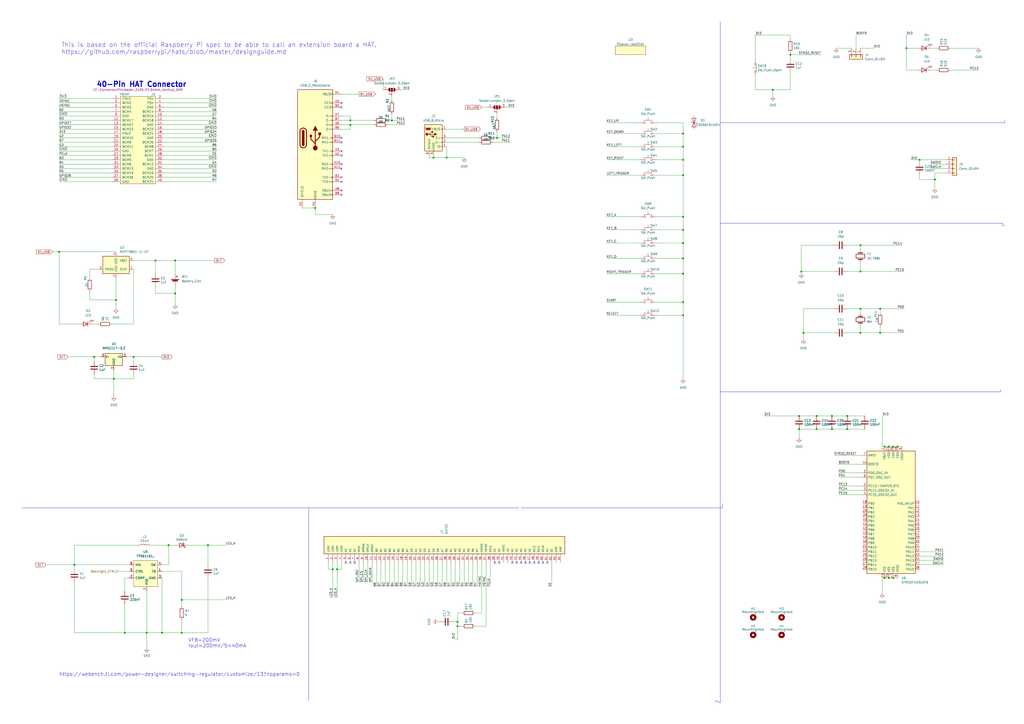
<source format=kicad_sch>
(kicad_sch (version 20230121) (generator eeschema)
  (paper "A2")
  (title_block (title "Raspberry Pi HAT") (rev "A"))
  (junction (at 463.55 248.92))
  (junction (at 513.08 335.28))
  (junction (at 396.24 182.88))
  (junction (at 518.16 335.28))
  (junction (at 491.49 241.3))
  (junction (at 195.58 330.2))
  (junction (at 43.18 327.66))
  (junction (at 101.6 170.18))
  (junction (at 203.2 72.39))
  (junction (at 499.11 157.48))
  (junction (at 97.79 316.23))
  (junction (at 101.6 151.13))
  (junction (at 515.62 259.08))
  (junction (at 518.16 259.08))
  (junction (at 396.24 140.97))
  (junction (at 251.46 91.44))
  (junction (at 482.6 241.3))
  (junction (at 491.49 248.92))
  (junction (at 542.29 104.14))
  (junction (at 396.24 101.6))
  (junction (at 54.61 207.01))
  (junction (at 473.71 248.92))
  (junction (at 499.11 193.04))
  (junction (at 193.04 330.2))
  (junction (at 105.41 347.98))
  (junction (at 120.65 316.23))
  (junction (at 458.47 31.75))
  (junction (at 510.54 193.04))
  (junction (at 227.33 69.85))
  (junction (at 482.6 248.92))
  (junction (at 510.54 179.07))
  (junction (at 396.24 92.71))
  (junction (at 182.88 120.65))
  (junction (at 396.24 125.73))
  (junction (at 473.71 241.3))
  (junction (at 448.31 52.07))
  (junction (at 463.55 241.3))
  (junction (at 77.47 207.01))
  (junction (at 85.09 367.03))
  (junction (at 67.31 173.99))
  (junction (at 203.2 69.85))
  (junction (at 90.17 151.13))
  (junction (at 34.29 146.05))
  (junction (at 520.7 259.08))
  (junction (at 499.11 179.07))
  (junction (at 396.24 133.35))
  (junction (at 72.39 367.03))
  (junction (at 396.24 175.26))
  (junction (at 265.43 360.68))
  (junction (at 515.62 335.28))
  (junction (at 288.29 80.01))
  (junction (at 396.24 77.47))
  (junction (at 525.78 27.94))
  (junction (at 533.4 92.71))
  (junction (at 464.82 157.48))
  (junction (at 259.08 91.44))
  (junction (at 396.24 85.09))
  (junction (at 499.11 142.24))
  (junction (at 513.08 259.08))
  (junction (at 66.04 219.71))
  (junction (at 466.09 193.04))
  (junction (at 396.24 158.75))
  (junction (at 93.98 367.03))
  (junction (at 265.43 363.22))
  (junction (at 105.41 367.03))
  (junction (at 396.24 149.86))
  (no_connect (at 307.34 326.39))
  (no_connect (at 302.26 326.39))
  (no_connect (at 304.8 326.39))
  (no_connect (at 297.18 326.39))
  (no_connect (at 287.02 326.39))
  (no_connect (at 198.12 80.01))
  (no_connect (at 198.12 82.55))
  (no_connect (at 198.12 87.63))
  (no_connect (at 198.12 90.17))
  (no_connect (at 198.12 95.25))
  (no_connect (at 198.12 97.79))
  (no_connect (at 198.12 102.87))
  (no_connect (at 200.66 326.39))
  (no_connect (at 203.2 326.39))
  (no_connect (at 309.88 326.39))
  (no_connect (at 289.56 326.39))
  (no_connect (at 205.74 326.39))
  (no_connect (at 198.12 59.69))
  (no_connect (at 198.12 62.23))
  (no_connect (at 299.72 326.39))
  (no_connect (at 198.12 105.41))
  (no_connect (at 198.12 110.49))
  (no_connect (at 198.12 113.03))
  (no_connect (at 312.42 326.39))
  (no_connect (at 317.5 326.39))
  (no_connect (at 314.96 326.39))
  (wire (pts (xy 513.08 335.28) (xy 515.62 335.28)))
  (wire (pts (xy 105.41 359.41) (xy 105.41 367.03)))
  (wire (pts (xy 351.79 77.47) (xy 370.84 77.47)))
  (wire (pts (xy 95.25 80.01) (xy 125.73 80.01)))
  (wire (pts (xy 120.65 367.03) (xy 105.41 367.03)))
  (wire (pts (xy 458.47 31.75) (xy 476.25 31.75)))
  (wire (pts (xy 525.78 20.32) (xy 525.78 27.94)))
  (wire (pts (xy 227.33 55.88) (xy 227.33 58.42)))
  (wire (pts (xy 87.63 316.23) (xy 97.79 316.23)))
  (wire (pts (xy 510.54 189.23) (xy 510.54 193.04)))
  (wire (pts (xy 105.41 347.98) (xy 105.41 351.79)))
  (wire (pts (xy 34.29 85.09) (xy 64.77 85.09)))
  (wire (pts (xy 466.09 193.04) (xy 483.87 193.04)))
  (wire (pts (xy 381 85.09) (xy 396.24 85.09)))
  (wire (pts (xy 463.55 241.3) (xy 473.71 241.3)))
  (wire (pts (xy 198.12 54.61) (xy 208.28 54.61)))
  (wire (pts (xy 518.16 335.28) (xy 520.7 335.28)))
  (polyline (pts (xy 581.66 130.81) (xy 582.93 130.81)))
  (wire (pts (xy 64.77 87.63) (xy 34.29 87.63)))
  (wire (pts (xy 458.47 22.86) (xy 458.47 20.32)))
  (wire (pts (xy 396.24 92.71) (xy 396.24 101.6)))
  (wire (pts (xy 218.44 340.36) (xy 218.44 326.39)))
  (wire (pts (xy 464.82 157.48) (xy 483.87 157.48)))
  (polyline (pts (xy 417.83 71.12) (xy 582.93 71.12)))
  (wire (pts (xy 64.77 105.41) (xy 34.29 105.41)))
  (wire (pts (xy 95.25 92.71) (xy 125.73 92.71)))
  (wire (pts (xy 351.79 182.88) (xy 370.84 182.88)))
  (wire (pts (xy 539.75 95.25) (xy 548.64 95.25)))
  (polyline (pts (xy 417.83 129.54) (xy 581.66 129.54)))
  (wire (pts (xy 34.29 59.69) (xy 64.77 59.69)))
  (wire (pts (xy 43.18 367.03) (xy 72.39 367.03)))
  (wire (pts (xy 259.08 85.09) (xy 259.08 91.44)))
  (wire (pts (xy 458.47 52.07) (xy 458.47 41.91)))
  (wire (pts (xy 74.93 335.28) (xy 72.39 335.28)))
  (wire (pts (xy 520.7 259.08) (xy 523.24 259.08)))
  (wire (pts (xy 499.11 157.48) (xy 491.49 157.48)))
  (wire (pts (xy 351.79 175.26) (xy 370.84 175.26)))
  (wire (pts (xy 210.82 337.82) (xy 210.82 326.39)))
  (wire (pts (xy 266.7 340.36) (xy 266.7 326.39)))
  (wire (pts (xy 64.77 187.96) (xy 77.47 187.96)))
  (wire (pts (xy 95.25 105.41) (xy 125.73 105.41)))
  (wire (pts (xy 533.4 320.04) (xy 547.37 320.04)))
  (wire (pts (xy 223.52 340.36) (xy 223.52 326.39)))
  (wire (pts (xy 64.77 90.17) (xy 34.29 90.17)))
  (wire (pts (xy 101.6 151.13) (xy 101.6 158.75)))
  (wire (pts (xy 77.47 187.96) (xy 77.47 156.21)))
  (wire (pts (xy 351.79 71.12) (xy 370.84 71.12)))
  (wire (pts (xy 224.79 69.85) (xy 227.33 69.85)))
  (wire (pts (xy 259.08 82.55) (xy 278.13 82.55)))
  (wire (pts (xy 105.41 331.47) (xy 105.41 347.98)))
  (wire (pts (xy 77.47 219.71) (xy 66.04 219.71)))
  (wire (pts (xy 90.17 151.13) (xy 101.6 151.13)))
  (wire (pts (xy 95.25 64.77) (xy 125.73 64.77)))
  (wire (pts (xy 466.09 193.04) (xy 466.09 179.07)))
  (wire (pts (xy 381 77.47) (xy 396.24 77.47)))
  (wire (pts (xy 90.17 166.37) (xy 90.17 170.18)))
  (wire (pts (xy 381 71.12) (xy 396.24 71.12)))
  (wire (pts (xy 231.14 340.36) (xy 231.14 326.39)))
  (wire (pts (xy 52.07 173.99) (xy 67.31 173.99)))
  (polyline (pts (xy 302.26 294.64) (xy 419.1 294.64)))
  (wire (pts (xy 528.32 92.71) (xy 533.4 92.71)))
  (wire (pts (xy 499.11 157.48) (xy 524.51 157.48)))
  (wire (pts (xy 251.46 90.17) (xy 251.46 91.44)))
  (wire (pts (xy 396.24 140.97) (xy 396.24 149.86)))
  (wire (pts (xy 73.66 207.01) (xy 77.47 207.01)))
  (wire (pts (xy 458.47 31.75) (xy 458.47 34.29)))
  (wire (pts (xy 396.24 182.88) (xy 396.24 219.71)))
  (wire (pts (xy 215.9 326.39) (xy 215.9 337.82)))
  (wire (pts (xy 499.11 193.04) (xy 510.54 193.04)))
  (wire (pts (xy 228.6 340.36) (xy 228.6 326.39)))
  (wire (pts (xy 351.79 125.73) (xy 370.84 125.73)))
  (wire (pts (xy 95.25 62.23) (xy 125.73 62.23)))
  (wire (pts (xy 396.24 85.09) (xy 396.24 92.71)))
  (wire (pts (xy 175.26 120.65) (xy 182.88 120.65)))
  (wire (pts (xy 256.54 340.36) (xy 256.54 326.39)))
  (wire (pts (xy 95.25 90.17) (xy 125.73 90.17)))
  (wire (pts (xy 34.29 82.55) (xy 64.77 82.55)))
  (wire (pts (xy 259.08 91.44) (xy 251.46 91.44)))
  (wire (pts (xy 533.4 104.14) (xy 542.29 104.14)))
  (wire (pts (xy 222.25 45.72) (xy 222.25 52.07)))
  (wire (pts (xy 52.07 161.29) (xy 52.07 156.21)))
  (wire (pts (xy 396.24 101.6) (xy 396.24 125.73)))
  (wire (pts (xy 525.78 27.94) (xy 532.13 27.94)))
  (wire (pts (xy 288.29 76.2) (xy 288.29 80.01)))
  (wire (pts (xy 43.18 327.66) (xy 43.18 330.2)))
  (polyline (pts (xy 417.83 407.67) (xy 415.29 406.4)))
  (wire (pts (xy 95.25 67.31) (xy 125.73 67.31)))
  (wire (pts (xy 381 92.71) (xy 396.24 92.71)))
  (wire (pts (xy 34.29 146.05) (xy 34.29 187.96)))
  (wire (pts (xy 95.25 87.63) (xy 125.73 87.63)))
  (wire (pts (xy 265.43 360.68) (xy 265.43 355.6)))
  (wire (pts (xy 533.4 92.71) (xy 533.4 93.98)))
  (wire (pts (xy 251.46 340.36) (xy 251.46 326.39)))
  (wire (pts (xy 66.04 219.71) (xy 66.04 229.87)))
  (wire (pts (xy 248.92 91.44) (xy 248.92 90.17)))
  (wire (pts (xy 54.61 207.01) (xy 58.42 207.01)))
  (wire (pts (xy 511.81 241.3) (xy 511.81 259.08)))
  (wire (pts (xy 251.46 91.44) (xy 248.92 91.44)))
  (wire (pts (xy 34.29 69.85) (xy 64.77 69.85)))
  (wire (pts (xy 203.2 67.31) (xy 203.2 69.85)))
  (wire (pts (xy 64.77 67.31) (xy 34.29 67.31)))
  (wire (pts (xy 52.07 156.21) (xy 57.15 156.21)))
  (wire (pts (xy 72.39 350.52) (xy 72.39 367.03)))
  (wire (pts (xy 510.54 179.07) (xy 524.51 179.07)))
  (wire (pts (xy 120.65 335.28) (xy 120.65 367.03)))
  (wire (pts (xy 496.57 20.32) (xy 496.57 27.94)))
  (wire (pts (xy 279.4 62.23) (xy 283.21 62.23)))
  (wire (pts (xy 483.87 264.16) (xy 500.38 264.16)))
  (wire (pts (xy 486.41 287.02) (xy 500.38 287.02)))
  (wire (pts (xy 198.12 69.85) (xy 203.2 69.85)))
  (wire (pts (xy 351.79 85.09) (xy 370.84 85.09)))
  (wire (pts (xy 351.79 133.35) (xy 370.84 133.35)))
  (wire (pts (xy 396.24 71.12) (xy 396.24 77.47)))
  (wire (pts (xy 264.16 340.36) (xy 264.16 326.39)))
  (wire (pts (xy 542.29 104.14) (xy 542.29 109.22)))
  (wire (pts (xy 525.78 27.94) (xy 525.78 40.64)))
  (wire (pts (xy 195.58 330.2) (xy 195.58 326.39)))
  (wire (pts (xy 533.4 322.58) (xy 547.37 322.58)))
  (wire (pts (xy 95.25 95.25) (xy 125.73 95.25)))
  (wire (pts (xy 120.65 316.23) (xy 130.81 316.23)))
  (wire (pts (xy 491.49 179.07) (xy 499.11 179.07)))
  (wire (pts (xy 548.64 100.33) (xy 542.29 100.33)))
  (wire (pts (xy 227.33 69.85) (xy 234.95 69.85)))
  (wire (pts (xy 77.47 207.01) (xy 77.47 209.55)))
  (wire (pts (xy 491.49 241.3) (xy 501.65 241.3)))
  (wire (pts (xy 473.71 248.92) (xy 482.6 248.92)))
  (wire (pts (xy 85.09 375.92) (xy 85.09 367.03)))
  (wire (pts (xy 54.61 207.01) (xy 54.61 209.55)))
  (wire (pts (xy 30.48 146.05) (xy 34.29 146.05)))
  (wire (pts (xy 491.49 193.04) (xy 499.11 193.04)))
  (wire (pts (xy 276.86 340.36) (xy 276.86 326.39)))
  (wire (pts (xy 95.25 57.15) (xy 125.73 57.15)))
  (wire (pts (xy 198.12 72.39) (xy 203.2 72.39)))
  (wire (pts (xy 43.18 337.82) (xy 43.18 367.03)))
  (wire (pts (xy 95.25 102.87) (xy 125.73 102.87)))
  (wire (pts (xy 193.04 330.2) (xy 193.04 326.39)))
  (wire (pts (xy 224.79 72.39) (xy 234.95 72.39)))
  (wire (pts (xy 34.29 100.33) (xy 64.77 100.33)))
  (wire (pts (xy 381 149.86) (xy 396.24 149.86)))
  (wire (pts (xy 265.43 355.6) (xy 267.97 355.6)))
  (wire (pts (xy 499.11 193.04) (xy 499.11 189.23)))
  (wire (pts (xy 95.25 74.93) (xy 125.73 74.93)))
  (polyline (pts (xy 581.66 129.54) (xy 581.66 130.81)))
  (wire (pts (xy 213.36 337.82) (xy 213.36 326.39)))
  (wire (pts (xy 533.4 325.12) (xy 547.37 325.12)))
  (polyline (pts (xy 582.93 69.85) (xy 582.93 71.12)))
  (wire (pts (xy 34.29 97.79) (xy 64.77 97.79)))
  (wire (pts (xy 511.81 344.17) (xy 511.81 335.28)))
  (wire (pts (xy 448.31 52.07) (xy 448.31 55.88)))
  (wire (pts (xy 486.41 276.86) (xy 500.38 276.86)))
  (wire (pts (xy 533.4 92.71) (xy 548.64 92.71)))
  (wire (pts (xy 34.29 62.23) (xy 64.77 62.23)))
  (wire (pts (xy 438.15 52.07) (xy 448.31 52.07)))
  (wire (pts (xy 511.81 335.28) (xy 513.08 335.28)))
  (wire (pts (xy 236.22 340.36) (xy 236.22 326.39)))
  (wire (pts (xy 198.12 326.39) (xy 198.12 330.2)))
  (wire (pts (xy 486.41 281.94) (xy 500.38 281.94)))
  (wire (pts (xy 264.16 370.84) (xy 265.43 370.84)))
  (wire (pts (xy 95.25 85.09) (xy 125.73 85.09)))
  (wire (pts (xy 67.31 161.29) (xy 67.31 173.99)))
  (wire (pts (xy 381 125.73) (xy 396.24 125.73)))
  (wire (pts (xy 486.41 274.32) (xy 500.38 274.32)))
  (wire (pts (xy 539.75 97.79) (xy 548.64 97.79)))
  (polyline (pts (xy 415.29 406.4) (xy 415.29 407.67)))
  (wire (pts (xy 499.11 179.07) (xy 499.11 181.61)))
  (wire (pts (xy 285.75 80.01) (xy 288.29 80.01)))
  (wire (pts (xy 539.75 40.64) (xy 543.56 40.64)))
  (wire (pts (xy 533.4 101.6) (xy 533.4 104.14)))
  (wire (pts (xy 262.89 360.68) (xy 265.43 360.68)))
  (wire (pts (xy 351.79 149.86) (xy 370.84 149.86)))
  (wire (pts (xy 381 182.88) (xy 396.24 182.88)))
  (wire (pts (xy 271.78 340.36) (xy 271.78 326.39)))
  (wire (pts (xy 466.09 196.85) (xy 466.09 193.04)))
  (wire (pts (xy 485.14 27.94) (xy 494.03 27.94)))
  (wire (pts (xy 458.47 30.48) (xy 458.47 31.75)))
  (wire (pts (xy 203.2 74.93) (xy 198.12 74.93)))
  (wire (pts (xy 34.29 80.01) (xy 64.77 80.01)))
  (wire (pts (xy 80.01 316.23) (xy 43.18 316.23)))
  (wire (pts (xy 473.71 241.3) (xy 482.6 241.3)))
  (wire (pts (xy 275.59 355.6) (xy 279.4 355.6)))
  (wire (pts (xy 511.81 259.08) (xy 513.08 259.08)))
  (wire (pts (xy 396.24 125.73) (xy 396.24 133.35)))
  (wire (pts (xy 120.65 327.66) (xy 120.65 316.23)))
  (wire (pts (xy 518.16 259.08) (xy 520.7 259.08)))
  (wire (pts (xy 458.47 20.32) (xy 438.15 20.32)))
  (wire (pts (xy 259.08 80.01) (xy 278.13 80.01)))
  (wire (pts (xy 438.15 44.45) (xy 438.15 52.07)))
  (wire (pts (xy 491.49 142.24) (xy 499.11 142.24)))
  (wire (pts (xy 464.82 158.75) (xy 464.82 157.48)))
  (wire (pts (xy 34.29 92.71) (xy 64.77 92.71)))
  (wire (pts (xy 34.29 77.47) (xy 64.77 77.47)))
  (wire (pts (xy 486.41 284.48) (xy 500.38 284.48)))
  (polyline (pts (xy 417.83 12.7) (xy 417.83 407.67)))
  (wire (pts (xy 533.4 327.66) (xy 547.37 327.66)))
  (wire (pts (xy 351.79 92.71) (xy 370.84 92.71)))
  (wire (pts (xy 381 158.75) (xy 396.24 158.75)))
  (wire (pts (xy 34.29 102.87) (xy 64.77 102.87)))
  (wire (pts (xy 499.11 179.07) (xy 510.54 179.07)))
  (wire (pts (xy 93.98 331.47) (xy 105.41 331.47)))
  (wire (pts (xy 34.29 64.77) (xy 64.77 64.77)))
  (wire (pts (xy 466.09 179.07) (xy 483.87 179.07)))
  (polyline (pts (xy 12.7 294.64) (xy 179.07 294.64)))
  (wire (pts (xy 95.25 72.39) (xy 125.73 72.39)))
  (wire (pts (xy 499.11 142.24) (xy 499.11 144.78)))
  (wire (pts (xy 53.34 187.96) (xy 57.15 187.96)))
  (wire (pts (xy 39.37 207.01) (xy 54.61 207.01)))
  (wire (pts (xy 381 133.35) (xy 396.24 133.35)))
  (wire (pts (xy 381 175.26) (xy 396.24 175.26)))
  (wire (pts (xy 515.62 259.08) (xy 518.16 259.08)))
  (wire (pts (xy 464.82 142.24) (xy 483.87 142.24)))
  (wire (pts (xy 285.75 82.55) (xy 295.91 82.55)))
  (wire (pts (xy 95.25 82.55) (xy 125.73 82.55)))
  (wire (pts (xy 499.11 152.4) (xy 499.11 157.48)))
  (wire (pts (xy 97.79 316.23) (xy 101.6 316.23)))
  (wire (pts (xy 193.04 346.71) (xy 193.04 330.2)))
  (wire (pts (xy 274.32 340.36) (xy 274.32 326.39)))
  (wire (pts (xy 275.59 363.22) (xy 281.94 363.22)))
  (wire (pts (xy 463.55 248.92) (xy 473.71 248.92)))
  (wire (pts (xy 68.58 331.47) (xy 74.93 331.47)))
  (wire (pts (xy 95.25 100.33) (xy 125.73 100.33)))
  (wire (pts (xy 85.09 367.03) (xy 93.98 367.03)))
  (wire (pts (xy 396.24 175.26) (xy 396.24 182.88)))
  (wire (pts (xy 279.4 355.6) (xy 279.4 326.39)))
  (wire (pts (xy 66.04 219.71) (xy 54.61 219.71)))
  (wire (pts (xy 351.79 101.6) (xy 370.84 101.6)))
  (wire (pts (xy 539.75 27.94) (xy 543.56 27.94)))
  (wire (pts (xy 95.25 77.47) (xy 125.73 77.47)))
  (wire (pts (xy 203.2 72.39) (xy 203.2 74.93)))
  (wire (pts (xy 34.29 72.39) (xy 64.77 72.39)))
  (wire (pts (xy 124.46 151.13) (xy 101.6 151.13)))
  (wire (pts (xy 448.31 52.07) (xy 458.47 52.07)))
  (wire (pts (xy 95.25 59.69) (xy 125.73 59.69)))
  (wire (pts (xy 95.25 69.85) (xy 125.73 69.85)))
  (wire (pts (xy 95.25 97.79) (xy 125.73 97.79)))
  (wire (pts (xy 351.79 140.97) (xy 370.84 140.97)))
  (wire (pts (xy 64.77 57.15) (xy 34.29 57.15)))
  (wire (pts (xy 232.41 52.07) (xy 237.49 52.07)))
  (wire (pts (xy 77.47 217.17) (xy 77.47 219.71)))
  (wire (pts (xy 542.29 100.33) (xy 542.29 104.14)))
  (wire (pts (xy 265.43 363.22) (xy 267.97 363.22)))
  (wire (pts (xy 491.49 248.92) (xy 501.65 248.92)))
  (wire (pts (xy 499.11 27.94) (xy 506.73 27.94)))
  (wire (pts (xy 513.08 259.08) (xy 515.62 259.08)))
  (wire (pts (xy 34.29 146.05) (xy 67.31 146.05)))
  (wire (pts (xy 93.98 335.28) (xy 93.98 367.03)))
  (wire (pts (xy 93.98 367.03) (xy 105.41 367.03)))
  (wire (pts (xy 269.24 91.44) (xy 259.08 91.44)))
  (wire (pts (xy 551.18 27.94) (xy 567.69 27.94)))
  (wire (pts (xy 74.93 327.66) (xy 43.18 327.66)))
  (wire (pts (xy 351.79 158.75) (xy 370.84 158.75)))
  (wire (pts (xy 97.79 327.66) (xy 93.98 327.66)))
  (wire (pts (xy 463.55 248.92) (xy 463.55 254)))
  (polyline (pts (xy 580.39 226.06) (xy 580.39 227.33)))
  (wire (pts (xy 381 101.6) (xy 396.24 101.6)))
  (wire (pts (xy 396.24 133.35) (xy 396.24 140.97)))
  (wire (pts (xy 54.61 219.71) (xy 54.61 217.17)))
  (wire (pts (xy 227.33 66.04) (xy 227.33 69.85)))
  (wire (pts (xy 259.08 74.93) (xy 269.24 74.93)))
  (wire (pts (xy 90.17 170.18) (xy 101.6 170.18)))
  (wire (pts (xy 208.28 326.39) (xy 208.28 337.82)))
  (wire (pts (xy 203.2 72.39) (xy 217.17 72.39)))
  (wire (pts (xy 72.39 367.03) (xy 85.09 367.03)))
  (wire (pts (xy 101.6 166.37) (xy 101.6 170.18)))
  (wire (pts (xy 281.94 363.22) (xy 281.94 326.39)))
  (wire (pts (xy 77.47 207.01) (xy 93.98 207.01)))
  (polyline (pts (xy 419.1 292.1) (xy 419.1 294.64)))
  (wire (pts (xy 43.18 327.66) (xy 26.67 327.66)))
  (wire (pts (xy 203.2 69.85) (xy 217.17 69.85)))
  (wire (pts (xy 226.06 340.36) (xy 226.06 326.39)))
  (wire (pts (xy 443.23 241.3) (xy 463.55 241.3)))
  (wire (pts (xy 85.09 342.9) (xy 85.09 367.03)))
  (wire (pts (xy 34.29 187.96) (xy 45.72 187.96)))
  (wire (pts (xy 34.29 95.25) (xy 64.77 95.25)))
  (wire (pts (xy 243.84 340.36) (xy 243.84 326.39)))
  (wire (pts (xy 525.78 40.64) (xy 532.13 40.64)))
  (wire (pts (xy 220.98 340.36) (xy 220.98 326.39)))
  (wire (pts (xy 320.04 340.36) (xy 320.04 326.39)))
  (wire (pts (xy 101.6 170.18) (xy 101.6 176.53)))
  (wire (pts (xy 269.24 340.36) (xy 269.24 326.39)))
  (wire (pts (xy 195.58 346.71) (xy 195.58 330.2)))
  (wire (pts (xy 198.12 330.2) (xy 195.58 330.2)))
  (wire (pts (xy 396.24 77.47) (xy 396.24 85.09)))
  (wire (pts (xy 510.54 193.04) (xy 524.51 193.04)))
  (wire (pts (xy 90.17 151.13) (xy 90.17 158.75)))
  (wire (pts (xy 482.6 241.3) (xy 491.49 241.3)))
  (wire (pts (xy 381 140.97) (xy 396.24 140.97)))
  (wire (pts (xy 182.88 120.65) (xy 182.88 124.46)))
  (polyline (pts (xy 179.07 294.64) (xy 300.99 294.64)))
  (wire (pts (xy 241.3 340.36) (xy 241.3 326.39)))
  (wire (pts (xy 246.38 340.36) (xy 246.38 326.39)))
  (polyline (pts (xy 417.83 227.33) (xy 580.39 227.33)))
  (wire (pts (xy 190.5 330.2) (xy 193.04 330.2)))
  (wire (pts (xy 288.29 66.04) (xy 288.29 68.58)))
  (wire (pts (xy 438.15 20.32) (xy 438.15 34.29)))
  (wire (pts (xy 52.07 168.91) (xy 52.07 173.99)))
  (wire (pts (xy 190.5 326.39) (xy 190.5 330.2)))
  (wire (pts (xy 34.29 74.93) (xy 64.77 74.93)))
  (wire (pts (xy 43.18 316.23) (xy 43.18 327.66)))
  (wire (pts (xy 396.24 149.86) (xy 396.24 158.75)))
  (wire (pts (xy 499.11 142.24) (xy 523.24 142.24)))
  (wire (pts (xy 551.18 40.64) (xy 567.69 40.64)))
  (wire (pts (xy 284.48 340.36) (xy 284.48 326.39)))
  (wire (pts (xy 238.76 340.36) (xy 238.76 326.39)))
  (wire (pts (xy 105.41 347.98) (xy 130.81 347.98)))
  (wire (pts (xy 97.79 316.23) (xy 97.79 327.66)))
  (wire (pts (xy 66.04 214.63) (xy 66.04 219.71)))
  (wire (pts (xy 288.29 80.01) (xy 295.91 80.01)))
  (wire (pts (xy 265.43 370.84) (xy 265.43 363.22)))
  (wire (pts (xy 482.6 248.92) (xy 491.49 248.92)))
  (wire (pts (xy 259.08 340.36) (xy 259.08 326.39)))
  (wire (pts (xy 193.04 124.46) (xy 182.88 124.46)))
  (wire (pts (xy 67.31 173.99) (xy 67.31 179.07)))
  (polyline (pts (xy 179.07 294.64) (xy 179.07 406.4)))
  (wire (pts (xy 72.39 335.28) (xy 72.39 342.9)))
  (wire (pts (xy 254 360.68) (xy 255.27 360.68)))
  (wire (pts (xy 109.22 316.23) (xy 120.65 316.23)))
  (wire (pts (xy 254 340.36) (xy 254 326.39)))
  (wire (pts (xy 293.37 62.23) (xy 298.45 62.23)))
  (wire (pts (xy 464.82 157.48) (xy 464.82 142.24)))
  (wire (pts (xy 265.43 363.22) (xy 265.43 360.68)))
  (wire (pts (xy 486.41 269.24) (xy 500.38 269.24)))
  (wire (pts (xy 515.62 335.28) (xy 518.16 335.28)))
  (wire (pts (xy 77.47 151.13) (xy 90.17 151.13)))
  (wire (pts (xy 198.12 67.31) (xy 203.2 67.31)))
  (wire (pts (xy 510.54 179.07) (xy 510.54 181.61)))
  (wire (pts (xy 261.62 340.36) (xy 261.62 326.39)))
  (wire (pts (xy 233.68 340.36) (xy 233.68 326.39)))
  (wire (pts (xy 396.24 158.75) (xy 396.24 175.26)))
  (wire (pts (xy 248.92 340.36) (xy 248.92 326.39)))
  (text "This is based on the official Raspberry Pi spec to be able to call an extension board a HAT.\nhttps://github.com/raspberrypi/hats/blob/master/designguide.md" (at 35.56 31.75 0) (effects (font (size 2.54 2.54)) (justify left bottom)))
  (text "https://webench.ti.com/power-designer/switching-regulator/customize/13?noparams=0" (at 34.29 392.43 0) (effects (font (size 2.032 2.032)) (justify left bottom)))
  (text "40-Pin HAT Connector" (at 55.88 50.8 0) (effects (font (size 2.9972 2.9972) (thickness 0.5994) bold) (justify left bottom)))
  (text "VFB=200mV\nIout=200mV/5=40mA" (at 109.22 375.92 0) (effects (font (size 2.032 2.032)) (justify left bottom)))
  (label "B3" (at 34.29 92.71 0))
  (label "3V3" (at 34.29 77.47 0))
  (label "PD1" (at 524.51 193.04 180))
  (label "START" (at 351.79 175.26 0))
  (label "G6" (at 254 340.36 90))
  (label "B4" (at 228.6 340.36 90))
  (label "GPIO27" (at 34.29 72.39 0))
  (label "PA12" (at 234.95 72.39 180))
  (label "KEY_B" (at 351.79 133.35 0))
  (label "SWDIO" (at 539.75 95.25 0))
  (label "SPI_DATA" (at 215.9 337.82 90))
  (label "B7" (at 34.29 82.55 0))
  (label "GND" (at 34.29 105.41 0) (effects (font (size 1.524 1.524))))
  (label "G7" (at 256.54 340.36 90))
  (label "KEY_D" (at 351.79 149.86 0))
  (label "B5" (at 125.73 87.63 180))
  (label "PD0" (at 486.41 274.32 0))
  (label "GND" (at 125.73 92.71 180) (effects (font (size 1.524 1.524))))
  (label "G5" (at 34.29 97.79 0))
  (label "R5" (at 271.78 340.36 90))
  (label "GND" (at 125.73 72.39 180) (effects (font (size 1.524 1.524))))
  (label "3V3" (at 528.32 92.71 0))
  (label "R7" (at 125.73 105.41 180))
  (label "5V0" (at 125.73 59.69 180) (effects (font (size 1.524 1.524))))
  (label "PC15" (at 486.41 287.02 0))
  (label "3V3" (at 506.73 27.94 0))
  (label "G4" (at 125.73 95.25 180))
  (label "GPIO26" (at 34.29 102.87 0))
  (label "B6" (at 233.68 340.36 90))
  (label "G6" (at 125.73 64.77 180))
  (label "G3" (at 246.38 340.36 90))
  (label "R7" (at 261.62 340.36 90))
  (label "GPIO25" (at 125.73 82.55 180))
  (label "PA11" (at 295.91 82.55 180))
  (label "3V3" (at 34.29 57.15 0) (effects (font (size 1.524 1.524))))
  (label "PA11" (at 547.37 320.04 180))
  (label "STM32_RESET" (at 476.25 31.75 180))
  (label "3V3" (at 443.23 241.3 0))
  (label "SPI_RST" (at 208.28 337.82 90))
  (label "R2" (at 125.73 100.33 180))
  (label "DE" (at 125.73 90.17 180))
  (label "G3" (at 34.29 85.09 0))
  (label "SPI_CLK" (at 213.36 337.82 90))
  (label "HSYNC" (at 279.4 340.36 90))
  (label "R4" (at 269.24 340.36 90))
  (label "PCLK" (at 34.29 90.17 0))
  (label "VSYNC" (at 281.94 340.36 90))
  (label "R5" (at 34.29 100.33 0))
  (label "PD1" (at 486.41 276.86 0))
  (label "PA12" (at 295.91 80.01 180))
  (label "GPIO23" (at 125.73 74.93 180))
  (label "3V3" (at 438.15 20.32 0))
  (label "R3" (at 266.7 340.36 90))
  (label "VSYNC" (at 34.29 59.69 0))
  (label "SWDIO" (at 547.37 325.12 180))
  (label "3V3" (at 264.16 370.84 90))
  (label "LED_A" (at 195.58 346.71 90))
  (label "B7" (at 220.98 340.36 90))
  (label "GND" (at 125.73 62.23 180) (effects (font (size 1.524 1.524))))
  (label "LED_K" (at 130.81 347.98 0))
  (label "PC14" (at 486.41 284.48 0))
  (label "SPI_CS" (at 210.82 337.82 90))
  (label "G7" (at 125.73 67.31 180))
  (label "PD0" (at 524.51 179.07 180))
  (label "R2" (at 264.16 340.36 90))
  (label "G2" (at 243.84 340.36 90))
  (label "LED_A" (at 130.81 316.23 0))
  (label "SWCLK" (at 547.37 327.66 180))
  (label "G2" (at 34.29 80.01 0))
  (label "PC15" (at 524.51 157.48 180))
  (label "GND" (at 34.29 87.63 0) (effects (font (size 1.524 1.524))))
  (label "B4" (at 34.29 95.25 0))
  (label "B3" (at 226.06 340.36 90))
  (label "KEY_RIGHT" (at 351.79 92.71 0))
  (label "G6" (at 238.76 340.36 90))
  (label "RIGHT_TRIGGER" (at 351.79 158.75 0))
  (label "SELECT" (at 351.79 182.88 0))
  (label "B7" (at 236.22 340.36 90))
  (label "GND" (at 34.29 67.31 0) (effects (font (size 1.524 1.524))))
  (label "R6" (at 259.08 340.36 90))
  (label "LEFT_TRIGGER" (at 351.79 101.6 0))
  (label "PCLK" (at 284.48 340.36 90))
  (label "DE" (at 320.04 340.36 90))
  (label "KEY_C" (at 351.79 140.97 0))
  (label "BOOT0" (at 496.57 20.32 0))
  (label "3V3" (at 237.49 52.07 180))
  (label "GND" (at 125.73 97.79 180) (effects (font (size 1.524 1.524))))
  (label "B2" (at 223.52 340.36 90))
  (label "BOOT0" (at 486.41 269.24 0))
  (label "KEY_LEFT" (at 351.79 85.09 0))
  (label "PC13" (at 567.69 40.64 180))
  (label "5V0" (at 125.73 57.15 180) (effects (font (size 1.524 1.524))))
  (label "3V3" (at 298.45 62.23 180))
  (label "G7" (at 241.3 340.36 90))
  (label "KEY_UP" (at 351.79 71.12 0))
  (label "R3" (at 34.29 69.85 0))
  (label "R4" (at 125.73 69.85 180))
  (label "B2" (at 34.29 64.77 0))
  (label "G5" (at 251.46 340.36 90))
  (label "GPIO24" (at 125.73 77.47 180))
  (label "PC14" (at 523.24 142.24 180))
  (label "3V3" (at 525.78 20.32 0))
  (label "LED_K" (at 193.04 346.71 90))
  (label "B6" (at 218.44 340.36 90))
  (label "R6" (at 125.73 102.87 180))
  (label "R6" (at 274.32 340.36 90))
  (label "HSYNC" (at 34.29 62.23 0))
  (label "PA11" (at 234.95 69.85 180))
  (label "B5" (at 231.14 340.36 90))
  (label "R7" (at 276.86 340.36 90))
  (label "3V3" (at 511.81 241.3 0))
  (label "SWCLK" (at 539.75 97.79 0))
  (label "STM32_RESET" (at 483.87 264.16 0))
  (label "B6" (at 125.73 85.09 180))
  (label "GND" (at 125.73 80.01 180) (effects (font (size 1.524 1.524))))
  (label "KEY_A" (at 351.79 125.73 0))
  (label "GPIO22" (at 34.29 74.93 0))
  (label "KEY_DOWN" (at 351.79 77.47 0))
  (label "PA12" (at 547.37 322.58 180))
  (label "G4" (at 248.92 340.36 90))
  (label "PC13" (at 486.41 281.94 0))
  (global_label "3V7" (shape output) (at 124.46 151.13 0) (property "Intersheetrefs" "${INTERSHEET_REFS}" (effects hide)))
  (global_label "5V_USB" (shape input) (at 222.25 45.72 180) (property "Intersheetrefs" "${INTERSHEET_REFS}" (effects hide)))
  (global_label "5V_USB" (shape output) (at 208.28 54.61 0) (property "Intersheetrefs" "${INTERSHEET_REFS}" (effects hide)))
  (global_label "5V_USB" (shape input) (at 30.48 146.05 180) (property "Intersheetrefs" "${INTERSHEET_REFS}" (effects hide)))
  (global_label "3V7" (shape input) (at 39.37 207.01 180) (property "Intersheetrefs" "${INTERSHEET_REFS}" (effects hide)))
  (global_label "5V_USB" (shape input) (at 279.4 62.23 180) (property "Intersheetrefs" "${INTERSHEET_REFS}" (effects hide)))
  (global_label "3V3" (shape output) (at 93.98 207.01 0) (property "Intersheetrefs" "${INTERSHEET_REFS}" (effects hide)))
  (global_label "3V7" (shape input) (at 26.67 327.66 180) (property "Intersheetrefs" "${INTERSHEET_REFS}" (effects hide)))
  (global_label "5V_USB" (shape output) (at 269.24 74.93 0) (property "Intersheetrefs" "${INTERSHEET_REFS}" (effects hide)))
  (hierarchical_label "Backlight_CTRL" (shape input) (at 68.58 331.47 180))
  (symbol (lib_id "raspberrypi_hat:OX40HAT") (at 80.01 57.15 0) (unit 1)
    (property "Reference" "J3" (at 88.9 54.61 0))
    (property "Value" "40HAT" (at 72.39 54.61 0))
    (property "Footprint" "YZ-Connector:PinHeader_2x20_P2.54mm_Vertical_SMD" (at 80.01 52.07 0))
  )
  (symbol (lib_id "power:GND") (at 448.31 55.88 0) (unit 1)
    (property "Reference" "#PWR0102" (effects hide))
    (property "Value" "GND" (at 448.31 60.96 0))
  )
  (symbol (lib_id "Device:R") (at 60.96 187.96 90) (unit 1)
    (property "Reference" "R6" (at 59.7916 186.182 0) (effects (justify left)))
    (property "Value" "1K" (at 62.103 186.182 0) (effects (justify left)))
    (property "Footprint" "Resistor_SMD:R_0603_1608Metric" (effects hide))
    (property "Tolerance" "1%" (effects hide))
    (property "MPN" "CPF0603F4R99C1" (effects hide))
  )
  (symbol (lib_id "Device:C") (at 54.61 213.36 0) (unit 1)
    (property "Reference" "C2" (at 57.531 212.1916 0) (effects (justify left)))
    (property "Value" "1uF" (at 57.531 214.503 0) (effects (justify left)))
    (property "Footprint" "Capacitor_SMD:C_0603_1608Metric" (effects hide))
    (property "Datasheet" "https://search.murata.co.jp/Ceramy/image/img/A01X/G101/ENG/GRM188R61E105KAAD-01.pdf" (effects hide))
    (property "MPN" "GRM188R61E105K" (effects hide))
    (property "MF" "Murata" (effects hide))
  )
  (symbol (lib_id "Device:R") (at 547.37 40.64 90) (unit 1)
    (property "Reference" "R16" (at 546.2016 38.862 0) (effects (justify left)))
    (property "Value" "510" (at 548.513 38.862 0) (effects (justify left)))
    (property "Footprint" "Resistor_SMD:R_0603_1608Metric" (effects hide))
    (property "Tolerance" "1%" (effects hide))
    (property "MPN" "CPF0603F4R99C1" (effects hide))
  )
  (symbol (lib_id "Battery_Management:MCP73831-2-OT") (at 67.31 153.67 0) (unit 1)
    (property "Reference" "U2" (at 69.3294 143.51 0) (effects (justify left)))
    (property "Value" "MCP73831-2-OT" (at 69.3294 146.05 0) (effects (justify left)))
    (property "Footprint" "Package_TO_SOT_SMD:SOT-23-5" (effects hide))
    (property "Datasheet" "http://ww1.microchip.com/downloads/en/DeviceDoc/20001984g.pdf" (effects hide))
  )
  (symbol (lib_id "Device:LED") (at 49.53 187.96 180) (unit 1)
    (property "Reference" "D2" (at 51.1175 180.34 0))
    (property "Value" "LED" (at 51.1175 182.88 0))
    (property "Footprint" "LED_SMD:LED_0603_1608Metric" (effects hide))
  )
  (symbol (lib_id "Device:R") (at 271.78 355.6 90) (unit 1)
    (property "Reference" "R17" (at 270.6116 353.822 0) (effects (justify left)))
    (property "Value" "10K" (at 272.923 353.822 0) (effects (justify left)))
    (property "Footprint" "Resistor_SMD:R_0603_1608Metric" (effects hide))
    (property "Tolerance" "1%" (effects hide))
  )
  (symbol (lib_id "Device:R") (at 220.98 69.85 90) (unit 1)
    (property "Reference" "R1" (at 226.06 67.31 90) (effects (justify left)))
    (property "Value" "20" (at 222.123 68.072 90) (effects (justify left)))
    (property "Footprint" "Resistor_SMD:R_0603_1608Metric" (effects hide))
    (property "Tolerance" "1%" (effects hide))
    (property "MPN" "CPF0603F4R99C1" (effects hide))
  )
  (symbol (lib_id "power:GND") (at 66.04 229.87 0) (unit 1)
    (property "Reference" "#PWR0111" (effects hide))
    (property "Value" "GND" (at 66.04 234.95 0))
  )
  (symbol (lib_id "Device:L") (at 83.82 316.23 90) (unit 1)
    (property "Reference" "L2" (at 83.82 311.404 90))
    (property "Value" "22uH" (at 83.82 313.7154 90))
    (property "Footprint" "Inductor_SMD:L_Bourns-SRN4018" (effects hide))
    (property "Datasheet" "https://www.bourns.com/docs/Product-Datasheets/SRN4018TA.pdf" (effects hide))
    (property "MPN" "SRN4018TA-220M  /  VLCF5020T-220MR75-1" (effects hide))
  )
  (symbol (lib_id "Connector:USB_B_Micro") (at 251.46 80.01 0) (unit 1)
    (property "Reference" "J2" (at 251.46 67.31 0))
    (property "Value" "USB_B_Micro" (at 251.46 69.85 0))
    (property "Footprint" "Connector_USB:USB_Micro-AB_Molex_47590-0001" (effects hide))
  )
  (symbol (lib_id "Device:C") (at 487.68 193.04 90) (unit 1)
    (property "Reference" "C11" (at 487.68 185.42 90))
    (property "Value" "20p" (at 487.68 187.96 90))
    (property "Footprint" "Capacitor_SMD:C_0603_1608Metric" (effects hide))
  )
  (symbol (lib_id "Device:C") (at 473.71 245.11 0) (unit 1)
    (property "Reference" "C14" (at 476.631 243.9416 0) (effects (justify left)))
    (property "Value" "100nF" (at 476.631 246.253 0) (effects (justify left)))
    (property "Footprint" "Capacitor_SMD:C_0603_1608Metric" (effects hide))
    (property "Datasheet" "https://search.murata.co.jp/Ceramy/image/img/A01X/G101/ENG/GRM188R61E105KAAD-01.pdf" (effects hide))
    (property "MF" "Murata" (effects hide))
  )
  (symbol (lib_id "Device:R") (at 458.47 26.67 0) (unit 1)
    (property "Reference" "R10" (at 460.248 25.5016 0) (effects (justify left)))
    (property "Value" "10k" (at 460.248 27.813 0) (effects (justify left)))
    (property "Footprint" "Resistor_SMD:R_0603_1608Metric" (effects hide))
    (property "Tolerance" "1%" (effects hide))
    (property "MPN" "CPF0603F4R99C1" (effects hide))
  )
  (symbol (lib_id "Device:R") (at 105.41 355.6 0) (unit 1)
    (property "Reference" "R7" (at 107.188 354.4316 0) (effects (justify left)))
    (property "Value" "5" (at 107.188 356.743 0) (effects (justify left)))
    (property "Footprint" "Resistor_SMD:R_0603_1608Metric" (effects hide))
    (property "Tolerance" "1%" (effects hide))
    (property "MPN" "CPF0603F4R99C1" (effects hide))
  )
  (symbol (lib_id "Switch:SW_Push") (at 375.92 140.97 0) (unit 1)
    (property "Reference" "SW8" (at 377.19 138.43 0) (effects (justify left)))
    (property "Value" "SW_Push" (at 375.92 142.494 0))
    (property "Footprint" "YZ-Connector:SW_TL9210AF180Q" (effects hide))
  )
  (symbol (lib_id "YZ_PWR_Library:TPS61161_") (at 82.55 331.47 0) (unit 1)
    (property "Reference" "U5" (at 84.455 320.04 0))
    (property "Value" "TPS61161_" (at 84.455 322.58 0))
    (property "Footprint" "Package_SON:WSON-6-1EP_2x2mm_P0.65mm_EP1x1.6mm_ThermalVias" (effects hide))
    (property "Datasheet" "http://www.ti.com/lit/ds/symlink/tps61161.pdf" (effects hide))
    (property "MPN" "TPS61161DRVR" (effects hide))
  )
  (symbol (lib_id "Switch:SW_Push") (at 375.92 158.75 0) (unit 1)
    (property "Reference" "SW10" (at 377.19 156.21 0) (effects (justify left)))
    (property "Value" "SW_Push" (at 375.92 160.274 0))
    (property "Footprint" "Button_Switch_THT:SW_Tactile_SPST_Angled_PTS645Vx83-2LFS" (effects hide))
  )
  (symbol (lib_id "Switch:SW_Push_Open") (at 438.15 39.37 90) (unit 1)
    (property "Reference" "SW16" (at 439.42 38.0999 90) (effects (justify right)))
    (property "Value" "SW_Push_Open" (at 439.42 40.6399 90) (effects (justify right)))
    (property "Footprint" "Button_Switch_SMD:SW_SPST_CK_RS282G05A3" (effects hide))
  )
  (symbol (lib_id "Connector_Generic:Conn_01x04") (at 553.72 95.25 0) (unit 1)
    (property "Reference" "J5" (at 556.26 95.2499 0) (effects (justify left)))
    (property "Value" "Conn_01x04" (at 556.26 97.7899 0) (effects (justify left)))
    (property "Footprint" "Connector_PinHeader_2.54mm:PinHeader_1x04_P2.54mm_Vertical" (effects hide))
  )
  (symbol (lib_id "Jumper:SolderJumper_3_Open") (at 288.29 62.23 0) (unit 1)
    (property "Reference" "JP1" (at 288.29 55.88 0))
    (property "Value" "SolderJumper_3_Open" (at 288.29 58.42 0))
    (property "Footprint" "Jumper:SolderJumper-3_P1.3mm_Open_Pad1.0x1.5mm" (effects hide))
  )
  (symbol (lib_id "power:GND") (at 67.31 179.07 0) (unit 1)
    (property "Reference" "#PWR0112" (effects hide))
    (property "Value" "GND" (at 67.31 184.15 0))
  )
  (symbol (lib_id "Regulator_Linear:AMS1117-3.3") (at 66.04 207.01 0) (unit 1)
    (property "Reference" "U1" (at 66.04 199.39 0))
    (property "Value" "AMS1117-3.3" (at 66.04 201.93 0))
    (property "Footprint" "Package_TO_SOT_SMD:SOT-223-3_TabPin2" (effects hide))
    (property "Datasheet" "http://www.advanced-monolithic.com/pdf/ds1117.pdf" (effects hide))
  )
  (symbol (lib_id "power:GND") (at 254 360.68 270) (unit 1)
    (property "Reference" "#PWR02" (effects hide))
    (property "Value" "GND" (at 248.92 360.68 0))
  )
  (symbol (lib_id "Yaozong_Connectors:Display-position") (at 365.76 29.21 0) (unit 1)
    (property "Reference" "U3" (at 365.76 23.021 0))
    (property "Value" "Display-position" (at 365.76 25.5579 0))
    (property "Footprint" "YZ-LOGO:Display-position_3.5" (effects hide))
  )
  (symbol (lib_id "Device:C") (at 501.65 245.11 0) (unit 1)
    (property "Reference" "C22" (at 504.571 243.9416 0) (effects (justify left)))
    (property "Value" "100nF" (at 504.571 246.253 0) (effects (justify left)))
    (property "Footprint" "Capacitor_SMD:C_0603_1608Metric" (effects hide))
    (property "Datasheet" "https://search.murata.co.jp/Ceramy/image/img/A01X/G101/ENG/GRM188R61E105KAAD-01.pdf" (effects hide))
    (property "MF" "Murata" (effects hide))
  )
  (symbol (lib_id "Device:C") (at 77.47 213.36 0) (unit 1)
    (property "Reference" "C4" (at 80.391 212.1916 0) (effects (justify left)))
    (property "Value" "1uF" (at 80.391 214.503 0) (effects (justify left)))
    (property "Footprint" "Capacitor_SMD:C_0603_1608Metric" (effects hide))
    (property "Datasheet" "https://search.murata.co.jp/Ceramy/image/img/A01X/G101/ENG/GRM188R61E105KAAD-01.pdf" (effects hide))
    (property "MPN" "GRM188R61E105K" (effects hide))
    (property "MF" "Murata" (effects hide))
  )
  (symbol (lib_id "Device:Battery_Cell") (at 101.6 163.83 0) (unit 1)
    (property "Reference" "BT1" (at 105.41 160.5279 0) (effects (justify left)))
    (property "Value" "Battery_Cell" (at 105.41 163.0679 0) (effects (justify left)))
    (property "Footprint" "Connector_PinHeader_2.54mm:PinHeader_1x02_P2.54mm_Vertical" (effects hide))
  )
  (symbol (lib_id "Mechanical:MountingHole") (at 453.39 368.3 0) (unit 1) (in_bom no)
    (property "Reference" "H4" (at 453.39 363.22 0))
    (property "Value" "MountingHole" (at 453.39 365.125 0))
    (property "Footprint" "MountingHole:MountingHole_3.2mm_M3_DIN965_Pad" (effects hide))
    (property "MPN" "DNP" (effects hide))
  )
  (symbol (lib_id "Device:C") (at 491.49 245.11 0) (unit 1)
    (property "Reference" "C21" (at 494.411 243.9416 0) (effects (justify left)))
    (property "Value" "100nF" (at 494.411 246.253 0) (effects (justify left)))
    (property "Footprint" "Capacitor_SMD:C_0603_1608Metric" (effects hide))
    (property "Datasheet" "https://search.murata.co.jp/Ceramy/image/img/A01X/G101/ENG/GRM188R61E105KAAD-01.pdf" (effects hide))
    (property "MF" "Murata" (effects hide))
  )
  (symbol (lib_id "Device:C") (at 90.17 162.56 0) (unit 1)
    (property "Reference" "C5" (at 93.091 161.3916 0) (effects (justify left)))
    (property "Value" "1uF" (at 93.091 163.703 0) (effects (justify left)))
    (property "Footprint" "Capacitor_SMD:C_0603_1608Metric" (effects hide))
    (property "Datasheet" "https://search.murata.co.jp/Ceramy/image/img/A01X/G101/ENG/GRM188R61E105KAAD-01.pdf" (effects hide))
    (property "MPN" "GRM188R61E105K" (effects hide))
    (property "MF" "Murata" (effects hide))
  )
  (symbol (lib_id "Device:R") (at 271.78 363.22 90) (unit 1)
    (property "Reference" "R4" (at 270.6116 361.442 0) (effects (justify left)))
    (property "Value" "10K" (at 272.923 361.442 0) (effects (justify left)))
    (property "Footprint" "Resistor_SMD:R_0603_1608Metric" (effects hide))
    (property "Tolerance" "1%" (effects hide))
  )
  (symbol (lib_id "YZ_Connector:USB_C_Receptacle") (at 182.88 80.01 0) (unit 1)
    (property "Reference" "J6" (at 182.88 46.99 0))
    (property "Value" "USB_C_Receptacle" (at 182.88 49.53 0))
    (property "Footprint" "YZ-Connector:USB_C_Receptacle_Amphenol_12401610E4-2A" (effects hide))
    (property "Datasheet" "https://www.usb.org/sites/default/files/documents/usb_type-c.zip" (effects hide))
    (property "MF" "Amphenol" (effects hide))
    (property "MPN" "12401610E4#2A" (effects hide))
  )
  (symbol (lib_id "power:GND") (at 511.81 344.17 0) (unit 1)
    (property "Reference" "#PWR0108" (effects hide))
    (property "Value" "GND" (at 511.81 349.25 0))
  )
  (symbol (lib_id "Device:R") (at 227.33 62.23 180) (unit 1)
    (property "Reference" "R3" (at 224.79 57.15 90) (effects (justify left)))
    (property "Value" "4K7" (at 225.552 61.087 90) (effects (justify left)))
    (property "Footprint" "Resistor_SMD:R_0603_1608Metric" (effects hide))
    (property "Tolerance" "1%" (effects hide))
  )
  (symbol (lib_id "Device:R") (at 220.98 72.39 90) (unit 1)
    (property "Reference" "R2" (at 226.06 69.85 90) (effects (justify left)))
    (property "Value" "20" (at 222.123 70.612 90) (effects (justify left)))
    (property "Footprint" "Resistor_SMD:R_0603_1608Metric" (effects hide))
    (property "Tolerance" "1%" (effects hide))
    (property "MPN" "CPF0603F4R99C1" (effects hide))
  )
  (symbol (lib_id "power:GND") (at 193.04 124.46 0) (unit 1)
    (property "Reference" "#PWR0118" (effects hide))
    (property "Value" "GND" (at 193.04 129.54 0))
  )
  (symbol (lib_id "Connector_Generic:Conn_01x03") (at 496.57 33.02 270) (unit 1)
    (property "Reference" "J4" (at 501.65 31.7499 90) (effects (justify left)))
    (property "Value" "Conn_01x03" (at 501.65 34.2899 90) (effects (justify left)))
    (property "Footprint" "Jumper:SolderJumper-3_P1.3mm_Open_Pad1.0x1.5mm" (effects hide))
  )
  (symbol (lib_id "Device:C") (at 43.18 334.01 0) (unit 1)
    (property "Reference" "C1" (at 46.101 332.8416 0) (effects (justify left)))
    (property "Value" "1uF" (at 46.101 335.153 0) (effects (justify left)))
    (property "Footprint" "Capacitor_SMD:C_0603_1608Metric" (effects hide))
    (property "Datasheet" "https://search.murata.co.jp/Ceramy/image/img/A01X/G101/ENG/GRM188R61E105KAAD-01.pdf" (effects hide))
    (property "MPN" "GRM188R61E105K" (effects hide))
    (property "MF" "Murata" (effects hide))
  )
  (symbol (lib_id "Diode:SMAJ30CA") (at 402.59 71.12 90) (unit 1)
    (property "Reference" "D1" (at 406.4 69.85 90) (effects (justify right)))
    (property "Value" "ESD56151W04" (at 403.86 72.39 90) (effects (justify right)))
    (property "Footprint" "Diode_SMD:D_SOD-323" (effects hide))
    (property "Datasheet" "https://item.szlcsc.com/5885887.html" (effects hide))
  )
  (symbol (lib_id "Device:Crystal") (at 499.11 185.42 270) (unit 1)
    (property "Reference" "Y2" (at 502.92 184.1499 90) (effects (justify left)))
    (property "Value" "8M" (at 502.92 186.6899 90) (effects (justify left)))
    (property "Footprint" "Crystal:Crystal_SMD_5032-2Pin_5.0x3.2mm" (effects hide))
  )
  (symbol (lib_id "Device:R") (at 281.94 80.01 90) (unit 1)
    (property "Reference" "R11" (at 287.02 77.47 90) (effects (justify left)))
    (property "Value" "20" (at 283.083 78.232 90) (effects (justify left)))
    (property "Footprint" "Resistor_SMD:R_0603_1608Metric" (effects hide))
    (property "Tolerance" "1%" (effects hide))
    (property "MPN" "CPF0603F4R99C1" (effects hide))
  )
  (symbol (lib_id "Mechanical:MountingHole") (at 436.88 358.14 0) (unit 1) (in_bom no)
    (property "Reference" "H1" (at 436.88 353.06 0))
    (property "Value" "MountingHole" (at 436.88 354.965 0))
    (property "Footprint" "MountingHole:MountingHole_3.2mm_M3_DIN965_Pad" (effects hide))
    (property "MPN" "DNP" (effects hide))
  )
  (symbol (lib_id "power:GND") (at 464.82 158.75 0) (unit 1)
    (property "Reference" "#PWR0107" (effects hide))
    (property "Value" "GND" (at 464.82 163.83 0))
  )
  (symbol (lib_id "Device:C") (at 72.39 346.71 0) (unit 1)
    (property "Reference" "C3" (at 75.311 345.5416 0) (effects (justify left)))
    (property "Value" "220nF" (at 75.311 347.853 0) (effects (justify left)))
    (property "Footprint" "Capacitor_SMD:C_0603_1608Metric" (effects hide))
    (property "MPN" "C0603C224J8NACTU" (effects hide))
  )
  (symbol (lib_id "Device:R") (at 288.29 72.39 180) (unit 1)
    (property "Reference" "R13" (at 285.75 67.31 90) (effects (justify left)))
    (property "Value" "4K7" (at 286.512 71.247 90) (effects (justify left)))
    (property "Footprint" "Resistor_SMD:R_0603_1608Metric" (effects hide))
    (property "Tolerance" "1%" (effects hide))
  )
  (symbol (lib_id "Switch:SW_Push") (at 375.92 175.26 0) (unit 1)
    (property "Reference" "SW11" (at 375.92 167.64 0))
    (property "Value" "SW_Push" (at 375.92 170.18 0))
    (property "Footprint" "YZ-Connector:SW_PUSH_6mm_H5mm" (effects hide))
  )
  (symbol (lib_id "Switch:SW_Push") (at 375.92 149.86 0) (unit 1)
    (property "Reference" "SW9" (at 377.19 147.32 0) (effects (justify left)))
    (property "Value" "SW_Push" (at 375.92 151.384 0))
    (property "Footprint" "YZ-Connector:SW_TL9210AF180Q" (effects hide))
  )
  (symbol (lib_id "Device:R") (at 547.37 27.94 90) (unit 1)
    (property "Reference" "R15" (at 546.2016 26.162 0) (effects (justify left)))
    (property "Value" "510" (at 548.513 26.162 0) (effects (justify left)))
    (property "Footprint" "Resistor_SMD:R_0603_1608Metric" (effects hide))
    (property "Tolerance" "1%" (effects hide))
    (property "MPN" "CPF0603F4R99C1" (effects hide))
  )
  (symbol (lib_id "power:GND") (at 542.29 109.22 0) (unit 1)
    (property "Reference" "#PWR0105" (effects hide))
    (property "Value" "GND" (at 542.29 114.3 0))
  )
  (symbol (lib_id "Switch:SW_Push") (at 375.92 71.12 0) (unit 1)
    (property "Reference" "SW1" (at 375.92 63.5 0))
    (property "Value" "SW_Push" (at 375.92 66.04 0))
    (property "Footprint" "YZ-Connector:SW_TL9210AF180Q" (effects hide))
  )
  (symbol (lib_id "Device:C") (at 487.68 157.48 90) (unit 1)
    (property "Reference" "C9" (at 487.68 149.86 90))
    (property "Value" "20p" (at 487.68 152.4 90))
    (property "Footprint" "Capacitor_SMD:C_0603_1608Metric" (effects hide))
  )
  (symbol (lib_id "Mechanical:MountingHole") (at 453.39 358.14 0) (unit 1) (in_bom no)
    (property "Reference" "H3" (at 453.39 353.06 0))
    (property "Value" "MountingHole" (at 453.39 354.965 0))
    (property "Footprint" "MountingHole:MountingHole_3.2mm_M3_DIN965_Pad" (effects hide))
    (property "MPN" "DNP" (effects hide))
  )
  (symbol (lib_id "power:GND") (at 463.55 254 0) (unit 1)
    (property "Reference" "#PWR0110" (effects hide))
    (property "Value" "GND" (at 463.55 259.08 0))
  )
  (symbol (lib_id "power:GND") (at 269.24 91.44 0) (unit 1)
    (property "Reference" "#PWR0104" (effects hide))
    (property "Value" "GND" (at 269.24 96.52 0))
  )
  (symbol (lib_id "Device:C") (at 120.65 331.47 0) (unit 1)
    (property "Reference" "C6" (at 123.571 330.3016 0) (effects (justify left)))
    (property "Value" "1uF" (at 123.571 332.613 0) (effects (justify left)))
    (property "Footprint" "Capacitor_SMD:C_0805_2012Metric" (effects hide))
    (property "Datasheet" "https://www.murata.com/~/media/webrenewal/support/library/catalog/products/capacitor/mlcc/c03e.ashx?la=en-us" (effects hide))
    (property "MPN" "GCM21BR71H105KA03K" (effects hide))
    (property "MF" "Murata" (effects hide))
  )
  (symbol (lib_id "Switch:SW_Push") (at 375.92 125.73 0) (unit 1)
    (property "Reference" "SW6" (at 375.92 118.11 0))
    (property "Value" "SW_Push" (at 375.92 120.65 0))
    (property "Footprint" "YZ-Connector:SW_TL9210AF180Q" (effects hide))
  )
  (symbol (lib_id "Device:C") (at 458.47 38.1 0) (unit 1)
    (property "Reference" "C12" (at 461.391 36.9316 0) (effects (justify left)))
    (property "Value" "1uF" (at 461.391 39.243 0) (effects (justify left)))
    (property "Footprint" "Capacitor_SMD:C_0603_1608Metric" (effects hide))
    (property "Datasheet" "https://search.murata.co.jp/Ceramy/image/img/A01X/G101/ENG/GRM188R61E105KAAD-01.pdf" (effects hide))
    (property "MPN" "GRM188R61E105K" (effects hide))
    (property "MF" "Murata" (effects hide))
  )
  (symbol (lib_id "YZ_Library:RGBpanel640480") (at 256.54 316.23 90) (unit 1)
    (property "Reference" "J7" (at 256.54 309.88 0) (effects (justify left)))
    (property "Value" "54FPC" (at 259.08 309.88 0) (effects (justify left)))
    (property "Footprint" "YZ-Connector:AMPHENOL_54fpc" (effects hide))
    (property "Description" "\n54 Position FFC, FPC Connector Contacts, Top 0.020 (0.50mm) Surface Mount, Right Angle\n" (effects hide))
  )
  (symbol (lib_id "Device:C") (at 463.55 245.11 0) (unit 1)
    (property "Reference" "C13" (at 466.471 243.9416 0) (effects (justify left)))
    (property "Value" "100nF" (at 466.471 246.253 0) (effects (justify left)))
    (property "Footprint" "Capacitor_SMD:C_0603_1608Metric" (effects hide))
    (property "Datasheet" "https://search.murata.co.jp/Ceramy/image/img/A01X/G101/ENG/GRM188R61E105KAAD-01.pdf" (effects hide))
    (property "MF" "Murata" (effects hide))
  )
  (symbol (lib_id "power:GND") (at 567.69 27.94 0) (unit 1)
    (property "Reference" "#PWR0103" (effects hide))
    (property "Value" "GND" (at 567.69 33.02 0))
  )
  (symbol (lib_id "Switch:SW_Push") (at 375.92 85.09 0) (unit 1)
    (property "Reference" "SW3" (at 377.19 82.55 0) (effects (justify left)))
    (property "Value" "SW_Push" (at 375.92 86.614 0))
    (property "Footprint" "YZ-Connector:SW_TL9210AF180Q" (effects hide))
  )
  (symbol (lib_id "Device:C") (at 533.4 97.79 0) (unit 1)
    (property "Reference" "C23" (at 536.321 96.6216 0) (effects (justify left)))
    (property "Value" "100nF" (at 536.321 98.933 0) (effects (justify left)))
    (property "Footprint" "Capacitor_SMD:C_0603_1608Metric" (effects hide))
    (property "Datasheet" "https://search.murata.co.jp/Ceramy/image/img/A01X/G101/ENG/GRM188R61E105KAAD-01.pdf" (effects hide))
    (property "MPN" "GRM188R61E105K" (effects hide))
    (property "MF" "Murata" (effects hide))
  )
  (symbol (lib_id "Device:LED") (at 535.94 27.94 180) (unit 1)
    (property "Reference" "D4" (at 537.5275 20.32 0))
    (property "Value" "LED" (at 537.5275 22.86 0))
    (property "Footprint" "LED_SMD:LED_0603_1608Metric" (effects hide))
  )
  (symbol (lib_id "power:GND") (at 85.09 375.92 0) (unit 1)
    (property "Reference" "#PWR0114" (effects hide))
    (property "Value" "~" (at 85.217 380.3142 0))
  )
  (symbol (lib_id "Device:LED") (at 535.94 40.64 180) (unit 1)
    (property "Reference" "D5" (at 537.5275 33.02 0))
    (property "Value" "LED" (at 537.5275 35.56 0))
    (property "Footprint" "LED_SMD:LED_0603_1608Metric" (effects hide))
  )
  (symbol (lib_id "Device:C") (at 487.68 142.24 90) (unit 1)
    (property "Reference" "C8" (at 487.68 134.62 90))
    (property "Value" "20p" (at 487.68 137.16 90))
    (property "Footprint" "Capacitor_SMD:C_0603_1608Metric" (effects hide))
  )
  (symbol (lib_id "power:GND") (at 396.24 219.71 0) (unit 1)
    (property "Reference" "#PWR0106" (effects hide))
    (property "Value" "GND" (at 396.24 224.79 0))
  )
  (symbol (lib_id "Switch:SW_Push") (at 375.92 92.71 0) (unit 1)
    (property "Reference" "SW4" (at 377.19 90.17 0) (effects (justify left)))
    (property "Value" "SW_Push" (at 375.92 94.234 0))
    (property "Footprint" "YZ-Connector:SW_TL9210AF180Q" (effects hide))
  )
  (symbol (lib_id "power:GND") (at 101.6 176.53 0) (unit 1)
    (property "Reference" "#PWR0113" (effects hide))
    (property "Value" "GND" (at 101.6 181.61 0))
  )
  (symbol (lib_id "YZ_ICs:STM32F103C6T6") (at 518.16 297.18 0) (unit 1)
    (property "Reference" "U6" (at 522.8941 335.28 0) (effects (justify left)))
    (property "Value" "STM32F103C6T6" (at 522.8941 337.82 0) (effects (justify left)))
    (property "Footprint" "Package_QFP:LQFP-48_7x7mm_P0.5mm" (effects hide))
    (property "Datasheet" "http://www.st.com/st-web-ui/static/active/en/resource/technical/document/datasheet/CD00210843.pdf" (effects hide))
  )
  (symbol (lib_id "Device:R") (at 281.94 82.55 90) (unit 1)
    (property "Reference" "R12" (at 287.02 80.01 90) (effects (justify left)))
    (property "Value" "20" (at 283.083 80.772 90) (effects (justify left)))
    (property "Footprint" "Resistor_SMD:R_0603_1608Metric" (effects hide))
    (property "Tolerance" "1%" (effects hide))
    (property "MPN" "CPF0603F4R99C1" (effects hide))
  )
  (symbol (lib_id "Device:C") (at 482.6 245.11 0) (unit 1)
    (property "Reference" "C20" (at 485.521 243.9416 0) (effects (justify left)))
    (property "Value" "100nF" (at 485.521 246.253 0) (effects (justify left)))
    (property "Footprint" "Capacitor_SMD:C_0603_1608Metric" (effects hide))
    (property "Datasheet" "https://search.murata.co.jp/Ceramy/image/img/A01X/G101/ENG/GRM188R61E105KAAD-01.pdf" (effects hide))
    (property "MF" "Murata" (effects hide))
  )
  (symbol (lib_id "Device:Crystal") (at 499.11 148.59 270) (unit 1)
    (property "Reference" "Y1" (at 502.92 147.3199 90) (effects (justify left)))
    (property "Value" "32.768k" (at 502.92 149.8599 90) (effects (justify left)))
    (property "Footprint" "Crystal:Crystal_SMD_3215-2Pin_3.2x1.5mm" (effects hide))
  )
  (symbol (lib_id "power:GND") (at 466.09 196.85 0) (unit 1)
    (property "Reference" "#PWR0109" (effects hide))
    (property "Value" "GND" (at 466.09 201.93 0))
  )
  (symbol (lib_id "power:GND") (at 485.14 27.94 0) (unit 1)
    (property "Reference" "#PWR0101" (effects hide))
    (property "Value" "GND" (at 485.14 33.02 0))
  )
  (symbol (lib_id "Device:R") (at 52.07 165.1 180) (unit 1)
    (property "Reference" "R5" (at 49.53 160.02 90) (effects (justify left)))
    (property "Value" "2K" (at 50.292 163.957 90) (effects (justify left)))
    (property "Footprint" "Resistor_SMD:R_0603_1608Metric" (effects hide))
    (property "Tolerance" "1%" (effects hide))
  )
  (symbol (lib_id "Switch:SW_Push") (at 375.92 101.6 0) (unit 1)
    (property "Reference" "SW5" (at 377.19 99.06 0) (effects (justify left)))
    (property "Value" "SW_Push" (at 375.92 103.124 0))
    (property "Footprint" "Button_Switch_THT:SW_Tactile_SPST_Angled_PTS645Vx83-2LFS" (effects hide))
  )
  (symbol (lib_id "Device:R") (at 510.54 185.42 180) (unit 1)
    (property "Reference" "R14" (at 508 180.34 90) (effects (justify left)))
    (property "Value" "1M" (at 508.762 184.277 90) (effects (justify left)))
    (property "Footprint" "Resistor_SMD:R_0603_1608Metric" (effects hide))
    (property "Tolerance" "1%" (effects hide))
  )
  (symbol (lib_id "Switch:SW_Push") (at 375.92 182.88 0) (unit 1)
    (property "Reference" "SW12" (at 377.19 180.34 0) (effects (justify left)))
    (property "Value" "SW_Push" (at 375.92 184.404 0))
    (property "Footprint" "YZ-Connector:SW_PUSH_6mm_H5mm" (effects hide))
  )
  (symbol (lib_id "Device:D_Schottky") (at 105.41 316.23 180) (unit 1)
    (property "Reference" "D3" (at 105.41 310.7182 0))
    (property "Value" "500mA" (at 105.41 313.0296 0))
    (property "Footprint" "Diode_SMD:D_SOD-123" (effects hide))
    (property "Datasheet" " MBR0540T1" (effects hide))
    (property "MPN" "MBR0540T1G" (effects hide))
  )
  (symbol (lib_id "Mechanical:MountingHole") (at 436.88 368.3 0) (unit 1) (in_bom no)
    (property "Reference" "H2" (at 436.88 363.22 0))
    (property "Value" "MountingHole" (at 436.88 365.125 0))
    (property "Footprint" "MountingHole:MountingHole_3.2mm_M3_DIN965_Pad" (effects hide))
    (property "MPN" "DNP" (effects hide))
  )
  (symbol (lib_id "Jumper:SolderJumper_3_Open") (at 227.33 52.07 0) (unit 1)
    (property "Reference" "JP2" (at 227.33 45.72 0))
    (property "Value" "SolderJumper_3_Open" (at 227.33 48.26 0))
    (property "Footprint" "Jumper:SolderJumper-3_P1.3mm_Open_Pad1.0x1.5mm" (effects hide))
  )
  (symbol (lib_id "Switch:SW_Push") (at 375.92 133.35 0) (unit 1)
    (property "Reference" "SW7" (at 377.19 130.81 0) (effects (justify left)))
    (property "Value" "SW_Push" (at 375.92 134.874 0))
    (property "Footprint" "YZ-Connector:SW_TL9210AF180Q" (effects hide))
  )
  (symbol (lib_id "Device:C") (at 259.08 360.68 90) (unit 1)
    (property "Reference" "C17" (at 257.9116 357.759 0) (effects (justify left)))
    (property "Value" "1uF" (at 260.223 357.759 0) (effects (justify left)))
    (property "Footprint" "Capacitor_SMD:C_0805_2012Metric" (effects hide))
    (property "Datasheet" "https://www.murata.com/~/media/webrenewal/support/library/catalog/products/capacitor/mlcc/c03e.ashx?la=en-us" (effects hide))
    (property "MPN" "GCM21BR71H105KA03K" (effects hide))
    (property "MF" "Murata" (effects hide))
  )
  (symbol (lib_id "Device:C") (at 487.68 179.07 90) (unit 1)
    (property "Reference" "C10" (at 487.68 171.45 90))
    (property "Value" "20p" (at 487.68 173.99 90))
    (property "Footprint" "Capacitor_SMD:C_0603_1608Metric" (effects hide))
  )
  (symbol (lib_id "Switch:SW_Push") (at 375.92 77.47 0) (unit 1)
    (property "Reference" "SW2" (at 377.19 74.93 0) (effects (justify left)))
    (property "Value" "SW_Push" (at 375.92 78.994 0))
    (property "Footprint" "YZ-Connector:SW_TL9210AF180Q" (effects hide))
  )
)
</source>
